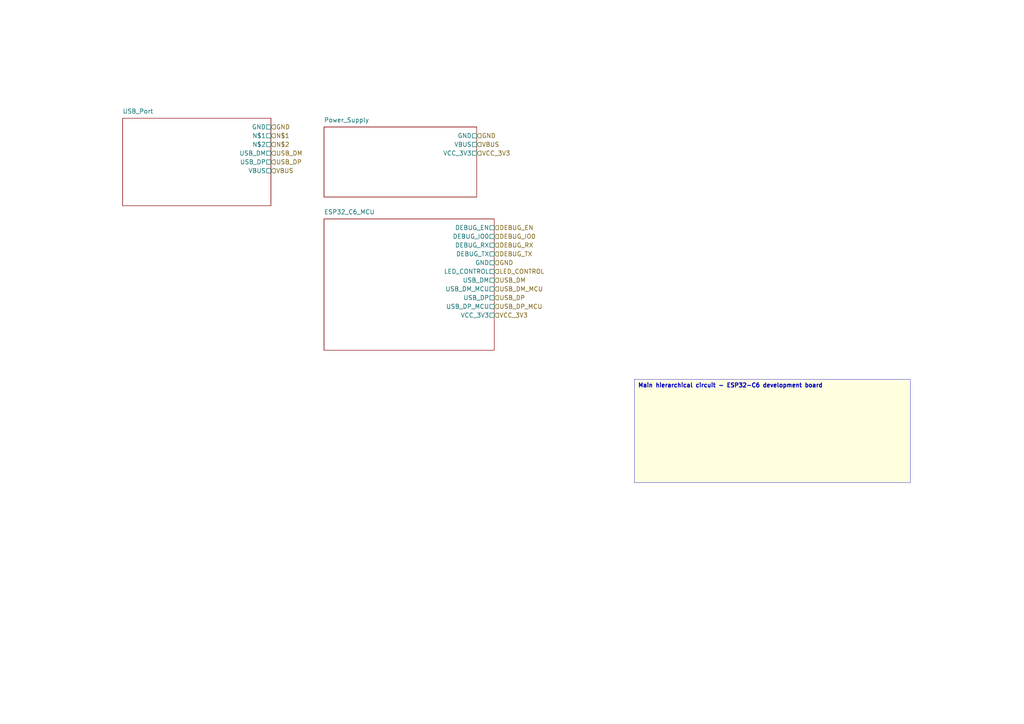
<source format=kicad_sch>
(kicad_sch
	(version 20250114)
	(generator "kicad_api")
	(generator_version 9.0)
	(uuid 896a62c9-49b5-4667-8ad4-2839d6726034)
	(paper A4)
	(lib_symbols)
	(paper A4)
	(title_block
		(title ESP32_C6_Dev_Board_Main)
		(date 2025-08-02)
		(company Circuit-Synth)
	)
	(hierarchical_label
		GND
		(shape input)
		(at 78.58 36.83 0)
		(effects
			(font
				(size 1.27 1.27)
			)
			(justify left)
		)
		(uuid c6b7d5a2-163b-4e33-ac59-6bd51f565fa2)
	)
	(hierarchical_label
		N$1
		(shape input)
		(at 78.58 39.37 0)
		(effects
			(font
				(size 1.27 1.27)
			)
			(justify left)
		)
		(uuid 532f8e67-4ed1-454d-9fb9-951121742d6e)
	)
	(hierarchical_label
		N$2
		(shape input)
		(at 78.58 41.910000000000004 0)
		(effects
			(font
				(size 1.27 1.27)
			)
			(justify left)
		)
		(uuid 43470126-9859-4757-ba5b-7ce1644e2249)
	)
	(hierarchical_label
		USB_DM
		(shape input)
		(at 78.58 44.45 0)
		(effects
			(font
				(size 1.27 1.27)
			)
			(justify left)
		)
		(uuid 35f6fdbc-f92c-4286-807f-9ae6155611d9)
	)
	(hierarchical_label
		USB_DP
		(shape input)
		(at 78.58 46.99 0)
		(effects
			(font
				(size 1.27 1.27)
			)
			(justify left)
		)
		(uuid 39d626b6-8e98-42d6-8055-0d03dfa2e6f7)
	)
	(hierarchical_label
		VBUS
		(shape input)
		(at 78.58 49.53 0)
		(effects
			(font
				(size 1.27 1.27)
			)
			(justify left)
		)
		(uuid 77120e38-1522-4de8-9cf3-463c46354cd1)
	)
	(hierarchical_label
		GND
		(shape input)
		(at 138.27 39.37 0)
		(effects
			(font
				(size 1.27 1.27)
			)
			(justify left)
		)
		(uuid 648bc244-bf51-4f27-b3c5-1f5c79fcc3e0)
	)
	(hierarchical_label
		VBUS
		(shape input)
		(at 138.27 41.910000000000004 0)
		(effects
			(font
				(size 1.27 1.27)
			)
			(justify left)
		)
		(uuid 53b53931-e9f9-4ecb-aa0c-e24d67b4c595)
	)
	(hierarchical_label
		VCC_3V3
		(shape input)
		(at 138.27 44.45 0)
		(effects
			(font
				(size 1.27 1.27)
			)
			(justify left)
		)
		(uuid 0b301a22-f3be-49dc-927c-9730f75035f9)
	)
	(hierarchical_label
		DEBUG_EN
		(shape input)
		(at 143.35 66.04 0)
		(effects
			(font
				(size 1.27 1.27)
			)
			(justify left)
		)
		(uuid aada6d53-28d7-4868-87b4-a2a7de4ce082)
	)
	(hierarchical_label
		DEBUG_IO0
		(shape input)
		(at 143.35 68.58 0)
		(effects
			(font
				(size 1.27 1.27)
			)
			(justify left)
		)
		(uuid 828c5c52-5508-4e69-9b30-63d1e20480cc)
	)
	(hierarchical_label
		DEBUG_RX
		(shape input)
		(at 143.35 71.12 0)
		(effects
			(font
				(size 1.27 1.27)
			)
			(justify left)
		)
		(uuid aab84857-76cb-46f8-a8f1-0007e8593372)
	)
	(hierarchical_label
		DEBUG_TX
		(shape input)
		(at 143.35 73.66 0)
		(effects
			(font
				(size 1.27 1.27)
			)
			(justify left)
		)
		(uuid e7ec8357-6b8c-45c4-bead-1f936a4ce3be)
	)
	(hierarchical_label
		GND
		(shape input)
		(at 143.35 76.2 0)
		(effects
			(font
				(size 1.27 1.27)
			)
			(justify left)
		)
		(uuid e8715a2b-47b9-4fe0-b173-71b208d22508)
	)
	(hierarchical_label
		LED_CONTROL
		(shape input)
		(at 143.35 78.74 0)
		(effects
			(font
				(size 1.27 1.27)
			)
			(justify left)
		)
		(uuid ecc7ceef-2969-45d1-ad45-40ea41e9e313)
	)
	(hierarchical_label
		USB_DM
		(shape input)
		(at 143.35 81.28 0)
		(effects
			(font
				(size 1.27 1.27)
			)
			(justify left)
		)
		(uuid 98da2d16-9b45-4352-8f34-c76dde1ae546)
	)
	(hierarchical_label
		USB_DM_MCU
		(shape input)
		(at 143.35 83.82000000000001 0)
		(effects
			(font
				(size 1.27 1.27)
			)
			(justify left)
		)
		(uuid f47ddbc2-daa5-4249-be55-50325047ae3e)
	)
	(hierarchical_label
		USB_DP
		(shape input)
		(at 143.35 86.36 0)
		(effects
			(font
				(size 1.27 1.27)
			)
			(justify left)
		)
		(uuid 28bb23e5-c8b1-44b5-869a-ddf32401ad82)
	)
	(hierarchical_label
		USB_DP_MCU
		(shape input)
		(at 143.35 88.9 0)
		(effects
			(font
				(size 1.27 1.27)
			)
			(justify left)
		)
		(uuid 714b890e-3d7b-466c-89d2-7a5d02c78ac4)
	)
	(hierarchical_label
		VCC_3V3
		(shape input)
		(at 143.35 91.44 0)
		(effects
			(font
				(size 1.27 1.27)
			)
			(justify left)
		)
		(uuid dc213d65-3c93-4928-beea-b799cc44bcaf)
	)
	(sheet
		(at 35.56 34.29)
		(size 43.019999999999996 25.4)
		(stroke
			(width 0.12)
			(type solid)
		)
		(fill
			(color
				0
				0
				0
				0.0
			)
		)
		(uuid 17c865e4-786a-4782-8994-f3a1923d312e)
		(property
			"Sheetname"
			"USB_Port"
			(at 35.56 33.019999999999996 0)
			(effects
				(font
					(size 1.27 1.27)
				)
				(justify left bottom)
			)
		)
		(property
			"Sheetfile"
			"USB_Port.kicad_sch"
			(at 35.56 60.96 0)
			(effects
				(font
					(size 1.27 1.27)
				)
				(justify left top)
				(hide yes)
			)
		)
		(pin
			GND
			passive
			(at 77.31 36.83 0)
			(effects
				(font
					(size 1.27 1.27)
				)
				(justify right)
			)
			(uuid de436a58-cdfd-47c2-ba95-8eccce07f0f0)
		)
		(pin
			N$1
			passive
			(at 77.31 39.37 0)
			(effects
				(font
					(size 1.27 1.27)
				)
				(justify right)
			)
			(uuid 4f89fd35-f2ec-4028-9ad4-2eddaa7f0e29)
		)
		(pin
			N$2
			passive
			(at 77.31 41.910000000000004 0)
			(effects
				(font
					(size 1.27 1.27)
				)
				(justify right)
			)
			(uuid 73e0e7bf-cd9f-459e-a58a-a5e1b88698e8)
		)
		(pin
			USB_DM
			passive
			(at 77.31 44.45 0)
			(effects
				(font
					(size 1.27 1.27)
				)
				(justify right)
			)
			(uuid be4df6fa-b475-43f7-9dc3-9fd7ca844236)
		)
		(pin
			USB_DP
			passive
			(at 77.31 46.99 0)
			(effects
				(font
					(size 1.27 1.27)
				)
				(justify right)
			)
			(uuid 1fa19c95-5841-473f-86be-ffc8c214683c)
		)
		(pin
			VBUS
			passive
			(at 77.31 49.53 0)
			(effects
				(font
					(size 1.27 1.27)
				)
				(justify right)
			)
			(uuid f0adcff5-cddc-4b93-bea0-19e2dd2c62bc)
		)
		(instances
			(project
				"circuit_synth"
				(path
					"/"
					(page "1")
				)
			)
		)
	)
	(sheet
		(at 93.98 36.83)
		(size 44.29 20.32)
		(stroke
			(width 0.12)
			(type solid)
		)
		(fill
			(color
				0
				0
				0
				0.0
			)
		)
		(uuid 20b0a04c-e005-4c49-aec9-078c64c9a322)
		(property
			"Sheetname"
			"Power_Supply"
			(at 93.98 35.559999999999995 0)
			(effects
				(font
					(size 1.27 1.27)
				)
				(justify left bottom)
			)
		)
		(property
			"Sheetfile"
			"Power_Supply.kicad_sch"
			(at 93.98 58.42 0)
			(effects
				(font
					(size 1.27 1.27)
				)
				(justify left top)
				(hide yes)
			)
		)
		(pin
			GND
			passive
			(at 137.0 39.37 0)
			(effects
				(font
					(size 1.27 1.27)
				)
				(justify right)
			)
			(uuid 903c3a47-e3c2-4698-ae77-545e3e74e0a7)
		)
		(pin
			VBUS
			passive
			(at 137.0 41.910000000000004 0)
			(effects
				(font
					(size 1.27 1.27)
				)
				(justify right)
			)
			(uuid 0ae4726e-8082-47ea-b4b4-70466c352613)
		)
		(pin
			VCC_3V3
			passive
			(at 137.0 44.45 0)
			(effects
				(font
					(size 1.27 1.27)
				)
				(justify right)
			)
			(uuid 623665af-5eb2-4781-b5f7-4212f4f52dce)
		)
		(instances
			(project
				"circuit_synth"
				(path
					"/"
					(page "1")
				)
			)
		)
	)
	(sheet
		(at 93.98 63.5)
		(size 49.37 38.1)
		(stroke
			(width 0.12)
			(type solid)
		)
		(fill
			(color
				0
				0
				0
				0.0
			)
		)
		(uuid 88ab05a7-60a8-482c-aee6-4649863ba83c)
		(property
			"Sheetname"
			"ESP32_C6_MCU"
			(at 93.98 62.23 0)
			(effects
				(font
					(size 1.27 1.27)
				)
				(justify left bottom)
			)
		)
		(property
			"Sheetfile"
			"ESP32_C6_MCU.kicad_sch"
			(at 93.98 102.86999999999999 0)
			(effects
				(font
					(size 1.27 1.27)
				)
				(justify left top)
				(hide yes)
			)
		)
		(pin
			DEBUG_EN
			passive
			(at 142.07999999999998 66.04 0)
			(effects
				(font
					(size 1.27 1.27)
				)
				(justify right)
			)
			(uuid 580b6d91-a49b-4218-95b5-652d81c063e5)
		)
		(pin
			DEBUG_IO0
			passive
			(at 142.07999999999998 68.58 0)
			(effects
				(font
					(size 1.27 1.27)
				)
				(justify right)
			)
			(uuid ecbcd72d-5fa9-44fb-b8c4-f19bb0fbdf27)
		)
		(pin
			DEBUG_RX
			passive
			(at 142.07999999999998 71.12 0)
			(effects
				(font
					(size 1.27 1.27)
				)
				(justify right)
			)
			(uuid d7c979cf-8041-4e71-8f7c-8af3fc5b62c9)
		)
		(pin
			DEBUG_TX
			passive
			(at 142.07999999999998 73.66 0)
			(effects
				(font
					(size 1.27 1.27)
				)
				(justify right)
			)
			(uuid f06e12fb-a5f5-467b-a94e-db57c23294be)
		)
		(pin
			GND
			passive
			(at 142.07999999999998 76.2 0)
			(effects
				(font
					(size 1.27 1.27)
				)
				(justify right)
			)
			(uuid 255b99bb-1820-4c1b-a5d6-47f5b8651ac3)
		)
		(pin
			LED_CONTROL
			passive
			(at 142.07999999999998 78.74 0)
			(effects
				(font
					(size 1.27 1.27)
				)
				(justify right)
			)
			(uuid 065ad030-ba1d-4ab4-9f10-f8115f75e0f8)
		)
		(pin
			USB_DM
			passive
			(at 142.07999999999998 81.28 0)
			(effects
				(font
					(size 1.27 1.27)
				)
				(justify right)
			)
			(uuid 9651f266-74a5-4b68-afd4-ce9814361f98)
		)
		(pin
			USB_DM_MCU
			passive
			(at 142.07999999999998 83.82000000000001 0)
			(effects
				(font
					(size 1.27 1.27)
				)
				(justify right)
			)
			(uuid 06b014f2-95b8-43c9-a6e7-94d109907f88)
		)
		(pin
			USB_DP
			passive
			(at 142.07999999999998 86.36 0)
			(effects
				(font
					(size 1.27 1.27)
				)
				(justify right)
			)
			(uuid a9021110-0877-41a2-bb13-16c4a3d28e10)
		)
		(pin
			USB_DP_MCU
			passive
			(at 142.07999999999998 88.9 0)
			(effects
				(font
					(size 1.27 1.27)
				)
				(justify right)
			)
			(uuid e5598a39-22b4-4503-8360-046e637e72d2)
		)
		(pin
			VCC_3V3
			passive
			(at 142.07999999999998 91.44 0)
			(effects
				(font
					(size 1.27 1.27)
				)
				(justify right)
			)
			(uuid a1d225cc-ce35-46ad-abae-64f55395135e)
		)
		(instances
			(project
				"circuit_synth"
				(path
					"/"
					(page "1")
				)
			)
		)
	)
	(text_box
		"Main hierarchical circuit - ESP32-C6 development board"
		(exclude_from_sim yes)
		(at 184.0 110.0 0)
		(size 80.0 30.0)
		(margins
			1.0
			1.0
			1.0
			1.0
		)
		(stroke
			(width 0.1)
			(type solid)
		)
		(fill
			(type color)
			(color
				255
				255
				224
				1
			)
		)
		(effects
			(font
				(size 1.2 1.2)
				(thickness 0.254)
			)
			(justify left top)
		)
		(uuid 131fba4c-54cb-4f4c-8e01-72a9e3ba32b0)
	)
	(sheet_instances
		(path
			"/30732db0-f0d6-41d7-bcd7-89c21094419a/63a06b37-6b37-47eb-baf9-64f6a7fe5aa1"
			(page "1")
		)
	)
	(embedded_fonts no)
	(sheet_instances
		(path
			"/"
			(page "1")
		)
	)
)
</source>
